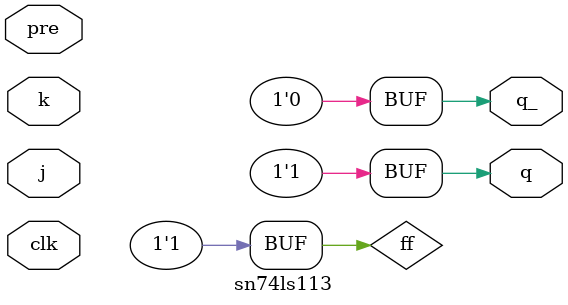
<source format=v>
module sn74ls113(q, q_, j, k, clk, pre);
input j, k, clk, pre;
output q, q_;
reg ff;

parameter
	// TI TTL data book Vol 1, 1985
	tPLH_min=0, tPLH_typ=15, tPLH_max=20,
	tPHL_min=0, tPHL_typ=15, tPHL_max=20;
	

always @(pre==0)
begin
	ff <= 1;
end

always @(negedge clk)
begin
	if (pre==1) begin
		ff <= (j==0 && k==0) ? ff :  // no change
			  (j==1 && k==0) ? 'b1 : // set
			  (j==0 && k==1) ? 'b0 : // reset
			  ~ff;                   // toggle
	end
end

assign #(tPLH_min:tPLH_typ:tPLH_max,
		 tPHL_min:tPHL_typ:tPHL_max)
	q  = ff;
assign #(tPLH_min:tPLH_typ:tPLH_max,
		 tPHL_min:tPHL_typ:tPHL_max)
	q_ = ~ff; 

endmodule

</source>
